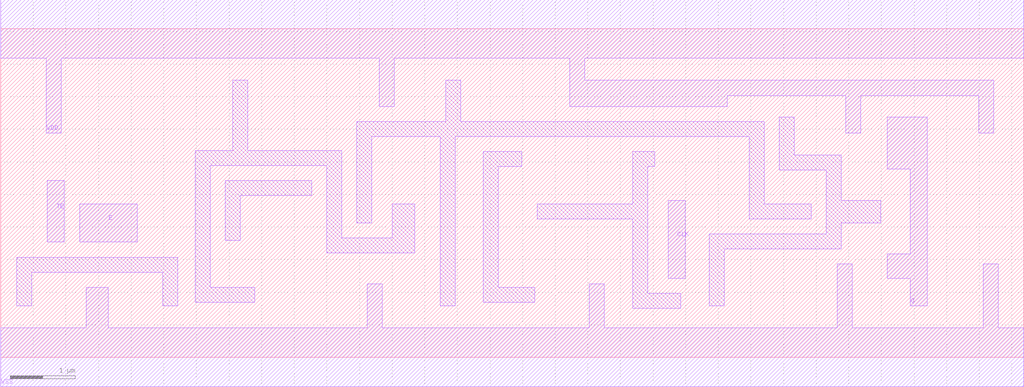
<source format=lef>
# Copyright 2022 GlobalFoundries PDK Authors
#
# Licensed under the Apache License, Version 2.0 (the "License");
# you may not use this file except in compliance with the License.
# You may obtain a copy of the License at
#
#      http://www.apache.org/licenses/LICENSE-2.0
#
# Unless required by applicable law or agreed to in writing, software
# distributed under the License is distributed on an "AS IS" BASIS,
# WITHOUT WARRANTIES OR CONDITIONS OF ANY KIND, either express or implied.
# See the License for the specific language governing permissions and
# limitations under the License.

MACRO gf180mcu_fd_sc_mcu9t5v0__icgtp_2
  CLASS core ;
  FOREIGN gf180mcu_fd_sc_mcu9t5v0__icgtp_2 0.0 0.0 ;
  ORIGIN 0 0 ;
  SYMMETRY X Y ;
  SITE GF018hv5v_green_sc9 ;
  SIZE 15.68 BY 5.04 ;
  PIN CLK
    DIRECTION INPUT ;
    USE clock ;
    ANTENNAGATEAREA 2.625 ;
    PORT
      LAYER METAL1 ;
        POLYGON 10.23 1.21 10.425 1.21 10.49 1.21 10.49 2.405 10.425 2.405 10.23 2.405  ;
    END
  END CLK
  PIN E
    DIRECTION INPUT ;
    ANTENNAGATEAREA 1.11 ;
    PORT
      LAYER METAL1 ;
        POLYGON 1.21 1.77 2.09 1.77 2.09 2.35 1.21 2.35  ;
    END
  END E
  PIN TE
    DIRECTION INPUT ;
    ANTENNAGATEAREA 1.11 ;
    PORT
      LAYER METAL1 ;
        POLYGON 0.71 1.77 0.97 1.77 0.97 2.71 0.71 2.71  ;
    END
  END TE
  PIN Q
    DIRECTION OUTPUT ;
    ANTENNADIFFAREA 1.4716 ;
    PORT
      LAYER METAL1 ;
        POLYGON 13.59 2.89 13.94 2.89 13.94 1.59 13.59 1.59 13.59 1.21 13.94 1.21 13.94 0.79 14.2 0.79 14.2 3.685 13.59 3.685  ;
    END
  END Q
  PIN VDD
    DIRECTION INOUT ;
    USE power ;
    SHAPE ABUTMENT ;
    PORT
      LAYER METAL1 ;
        POLYGON 8.95 4.59 13.49 4.59 15.68 4.59 15.68 5.49 13.49 5.49 2.715 5.49 0 5.49 0 4.59 0.695 4.59 0.695 3.44 0.925 3.44 0.925 4.59 2.715 4.59 5.805 4.59 5.805 3.85 6.035 3.85 6.035 4.59 8.72 4.59 8.72 3.85 11.14 3.85 11.14 4.02 12.95 4.02 12.95 3.44 13.18 3.44 13.18 4.02 13.49 4.02 14.99 4.02 14.99 3.44 15.22 3.44 15.22 4.25 13.49 4.25 8.95 4.25  ;
    END
  END VDD
  PIN VSS
    DIRECTION INOUT ;
    USE ground ;
    SHAPE ABUTMENT ;
    PORT
      LAYER METAL1 ;
        POLYGON 0 -0.45 15.68 -0.45 15.68 0.45 15.29 0.45 15.29 1.43 15.06 1.43 15.06 0.45 13.05 0.45 13.05 1.43 12.82 1.43 12.82 0.45 9.25 0.45 9.25 1.13 9.02 1.13 9.02 0.45 5.85 0.45 5.85 1.13 5.62 1.13 5.62 0.45 1.65 0.45 1.65 1.075 1.31 1.075 1.31 0.45 0 0.45  ;
    END
  END VSS
  OBS
      LAYER METAL1 ;
        POLYGON 0.245 0.79 0.475 0.79 0.475 1.305 2.485 1.305 2.485 0.79 2.715 0.79 2.715 1.535 0.245 1.535  ;
        POLYGON 3.445 1.79 3.675 1.79 3.675 2.485 4.77 2.485 4.77 2.715 3.445 2.715  ;
        POLYGON 3.215 2.945 5 2.945 5 1.605 6.345 1.605 6.345 2.35 6.005 2.35 6.005 1.835 5.23 1.835 5.23 3.175 3.785 3.175 3.785 4.25 3.555 4.25 3.555 3.175 2.985 3.175 2.985 0.845 3.89 0.845 3.89 1.075 3.215 1.075  ;
        POLYGON 7.4 0.845 8.185 0.845 8.185 1.075 7.63 1.075 7.63 2.93 7.985 2.93 7.985 3.16 7.4 3.16  ;
        POLYGON 8.225 2.12 9.685 2.12 9.685 0.75 10.425 0.75 10.425 0.98 9.915 0.98 9.915 2.93 10.025 2.93 10.025 3.16 9.685 3.16 9.685 2.35 8.225 2.35  ;
        POLYGON 5.46 2.065 5.69 2.065 5.69 3.39 6.74 3.39 6.74 0.79 6.97 0.79 6.97 3.39 11.47 3.39 11.47 2.12 12.425 2.12 12.425 2.35 11.7 2.35 11.7 3.62 7.055 3.62 7.055 4.25 6.825 4.25 6.825 3.62 5.46 3.62  ;
        POLYGON 11.93 2.875 12.655 2.875 12.655 1.89 10.86 1.89 10.86 0.79 11.09 0.79 11.09 1.66 12.885 1.66 12.885 2.065 13.49 2.065 13.49 2.405 12.885 2.405 12.885 3.105 12.16 3.105 12.16 3.685 11.93 3.685  ;
  END
END gf180mcu_fd_sc_mcu9t5v0__icgtp_2

</source>
